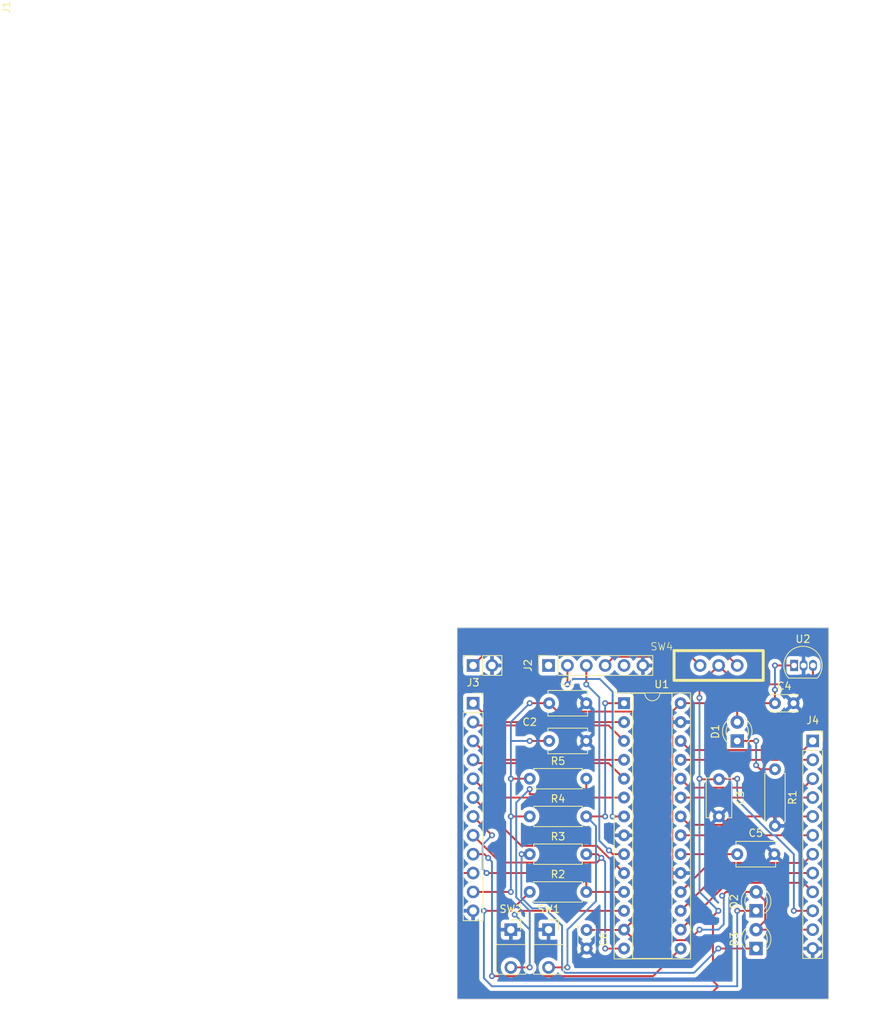
<source format=kicad_pcb>
(kicad_pcb (version 20221018) (generator pcbnew)
  (layers (0 "F.Cu" signal) (31 "B.Cu" signal) (34 "B.Paste" user) (35 "F.Paste" user) (36 "B.SilkS" user "B.Silkscreen") (37 "F.SilkS" user "F.Silkscreen") (38 "B.Mask" user) (39 "F.Mask" user) (44 "Edge.Cuts" user))
  (net 0 "")
  (net 1 "GND1")
  (net 2 "/Vin")
  (net 3 "+3.3V")
  (net 4 "Net-(U1-VCAP)")
  (net 5 "Net-(D1-K)")
  (net 6 "Net-(D2-K)")
  (net 7 "Net-(D3-K)")
  (net 8 "Net-(J1-Pin_1)")
  (net 10 "/U1TX")
  (net 11 "/U1RX")
  (net 12 "+5V")
  (net 14 "/A0")
  (net 15 "/A1")
  (net 16 "/B0")
  (net 17 "/B1")
  (net 18 "/B2")
  (net 19 "/A3")
  (net 20 "/GREEN")
  (net 21 "/B6")
  (net 22 "/B15")
  (net 23 "/B14")
  (net 24 "/B13")
  (net 25 "/B12")
  (net 26 "/B11")
  (net 27 "/B10")
  (net 28 "/B9")
  (net 29 "/B8")
  (net 30 "/B7")
  (net 31 "/YELLOW")
  (net 32 "/MCLR")
  (net 33 "/USER")
  (footprint "Resistor_THT:R_Axial_DIN0207_L6.3mm_D2.5mm_P7.62mm_Horizontal" (layer "F.Cu") (at 147.32 91.44)
    (fp_text reference "R4" (at 3.81 -2.37) (layer "F.SilkS"))
    (fp_text value "10k")
    (fp_line (start 0.54 -1.37) (end 7.08 -1.37) (stroke (width 0.12)) (layer "F.SilkS"))
    (fp_line (start 0.54 -1.04) (end 0.54 -1.37) (stroke (width 0.12)) (layer "F.SilkS"))
    (fp_line (start 0.54 1.04) (end 0.54 1.37) (stroke (width 0.12)) (layer "F.SilkS"))
    (fp_line (start 0.54 1.37) (end 7.08 1.37) (stroke (width 0.12)) (layer "F.SilkS"))
    (fp_line (start 7.08 -1.37) (end 7.08 -1.04) (stroke (width 0.12)) (layer "F.SilkS"))
    (fp_line (start 7.08 1.37) (end 7.08 1.04) (stroke (width 0.12)) (layer "F.SilkS"))
    (pad "1" thru_hole circle (at 0 0) (size 1.6 1.6) (drill 0.8) (layers "*.Cu" "*.Mask") (net 3 "+3.3V"))
    (pad "2" thru_hole oval (at 7.62 0) (size 1.6 1.6) (drill 0.8) (layers "*.Cu" "*.Mask") (net 32 "/MCLR"))
  )
  (footprint "Connector_PinSocket_2.54mm:PinSocket_1x02_P2.54mm_Vertical" (layer "F.Cu") (at 139.7 71.12 90)
    (fp_text reference "J1" (at 88.59 -62.85 90) (layer "F.SilkS"))
    (fp_text value "BATTERY")
    (fp_line (start -1.33 1.27) (end -1.33 3.87) (stroke (width 0.12)) (layer "F.SilkS"))
    (fp_line (start -1.33 1.27) (end 1.33 1.27) (stroke (width 0.12)) (layer "F.SilkS"))
    (fp_line (start -1.33 3.87) (end 1.33 3.87) (stroke (width 0.12)) (layer "F.SilkS"))
    (fp_line (start 0 -1.33) (end 1.33 -1.33) (stroke (width 0.12)) (layer "F.SilkS"))
    (fp_line (start 1.33 -1.33) (end 1.33 0) (stroke (width 0.12)) (layer "F.SilkS"))
    (fp_line (start 1.33 1.27) (end 1.33 3.87) (stroke (width 0.12)) (layer "F.SilkS"))
    (pad "1" thru_hole rect (at 0 0 90) (size 1.7 1.7) (drill 1) (layers "*.Cu" "*.Mask") (net 8 "Net-(J1-Pin_1)"))
    (pad "2" thru_hole oval (at 0 2.54 90) (size 1.7 1.7) (drill 1) (layers "*.Cu" "*.Mask") (net 1 "GND1"))
  )
  (footprint "Resistor_THT:R_Axial_DIN0207_L6.3mm_D2.5mm_P7.62mm_Horizontal" (layer "F.Cu") (at 147.32 86.36)
    (fp_text reference "R5" (at 3.81 -2.37) (layer "F.SilkS"))
    (fp_text value "10k")
    (fp_line (start 0.54 -1.37) (end 7.08 -1.37) (stroke (width 0.12)) (layer "F.SilkS"))
    (fp_line (start 0.54 -1.04) (end 0.54 -1.37) (stroke (width 0.12)) (layer "F.SilkS"))
    (fp_line (start 0.54 1.04) (end 0.54 1.37) (stroke (width 0.12)) (layer "F.SilkS"))
    (fp_line (start 0.54 1.37) (end 7.08 1.37) (stroke (width 0.12)) (layer "F.SilkS"))
    (fp_line (start 7.08 -1.37) (end 7.08 -1.04) (stroke (width 0.12)) (layer "F.SilkS"))
    (fp_line (start 7.08 1.37) (end 7.08 1.04) (stroke (width 0.12)) (layer "F.SilkS"))
    (pad "1" thru_hole circle (at 0 0) (size 1.6 1.6) (drill 0.8) (layers "*.Cu" "*.Mask") (net 3 "+3.3V"))
    (pad "2" thru_hole oval (at 7.62 0) (size 1.6 1.6) (drill 0.8) (layers "*.Cu" "*.Mask") (net 33 "/USER"))
  )
  (footprint "Connector_PinSocket_2.54mm:PinSocket_1x06_P2.54mm_Vertical" (layer "F.Cu") (at 149.86 71.12 90)
    (fp_text reference "J2" (at 0 -2.77 90) (layer "F.SilkS"))
    (fp_text value "CP2102")
    (fp_line (start -1.33 1.27) (end -1.33 14.03) (stroke (width 0.12)) (layer "F.SilkS"))
    (fp_line (start -1.33 1.27) (end 1.33 1.27) (stroke (width 0.12)) (layer "F.SilkS"))
    (fp_line (start -1.33 14.03) (end 1.33 14.03) (stroke (width 0.12)) (layer "F.SilkS"))
    (fp_line (start 0 -1.33) (end 1.33 -1.33) (stroke (width 0.12)) (layer "F.SilkS"))
    (fp_line (start 1.33 -1.33) (end 1.33 0) (stroke (width 0.12)) (layer "F.SilkS"))
    (fp_line (start 1.33 1.27) (end 1.33 14.03) (stroke (width 0.12)) (layer "F.SilkS"))
    (pad "1" thru_hole rect (at 0 0 90) (size 1.7 1.7) (drill 1) (layers "*.Cu" "*.Mask"))
    (pad "2" thru_hole oval (at 0 2.54 90) (size 1.7 1.7) (drill 1) (layers "*.Cu" "*.Mask") (net 10 "/U1TX"))
    (pad "3" thru_hole oval (at 0 5.08 90) (size 1.7 1.7) (drill 1) (layers "*.Cu" "*.Mask") (net 11 "/U1RX"))
    (pad "4" thru_hole oval (at 0 7.62 90) (size 1.7 1.7) (drill 1) (layers "*.Cu" "*.Mask") (net 12 "+5V"))
    (pad "5" thru_hole oval (at 0 10.16 90) (size 1.7 1.7) (drill 1) (layers "*.Cu" "*.Mask"))
    (pad "6" thru_hole oval (at 0 12.7 90) (size 1.7 1.7) (drill 1) (layers "*.Cu" "*.Mask") (net 1 "GND1"))
  )
  (footprint "pic32:slidesw2" (layer "F.Cu") (at 172.76 71.12)
    (fp_text reference "SW4" (at -7.66 -2.54 unlocked) (layer "F.SilkS") (effects (font (thickness 0.1))))
    (fp_text value "SW_silde")
    (fp_rect (start -6 -2) (end 6 2) (stroke (width 0.4)) (fill none) (layer "F.SilkS"))
    (pad "1" thru_hole circle (at -2.5 0) (size 1.7 1.7) (drill 1) (layers "*.Cu" "*.Mask") (net 12 "+5V"))
    (pad "2" thru_hole circle (at 0 0) (size 1.7 1.7) (drill 1) (layers "*.Cu" "*.Mask") (net 2 "/Vin"))
    (pad "3" thru_hole circle (at 2.5 0) (size 1.7 1.7) (drill 1) (layers "*.Cu" "*.Mask") (net 8 "Net-(J1-Pin_1)"))
  )
  (footprint "Resistor_THT:R_Axial_DIN0207_L6.3mm_D2.5mm_P7.62mm_Horizontal" (layer "F.Cu") (at 147.32 101.6)
    (fp_text reference "R2" (at 3.81 -2.37) (layer "F.SilkS"))
    (fp_text value "330")
    (fp_line (start 0.54 -1.37) (end 7.08 -1.37) (stroke (width 0.12)) (layer "F.SilkS"))
    (fp_line (start 0.54 -1.04) (end 0.54 -1.37) (stroke (width 0.12)) (layer "F.SilkS"))
    (fp_line (start 0.54 1.04) (end 0.54 1.37) (stroke (width 0.12)) (layer "F.SilkS"))
    (fp_line (start 0.54 1.37) (end 7.08 1.37) (stroke (width 0.12)) (layer "F.SilkS"))
    (fp_line (start 7.08 -1.37) (end 7.08 -1.04) (stroke (width 0.12)) (layer "F.SilkS"))
    (fp_line (start 7.08 1.37) (end 7.08 1.04) (stroke (width 0.12)) (layer "F.SilkS"))
    (pad "1" thru_hole circle (at 0 0) (size 1.6 1.6) (drill 0.8) (layers "*.Cu" "*.Mask") (net 6 "Net-(D2-K)"))
    (pad "2" thru_hole oval (at 7.62 0) (size 1.6 1.6) (drill 0.8) (layers "*.Cu" "*.Mask") (net 20 "/GREEN"))
  )
  (footprint "LED_THT:LED_D3.0mm" (layer "F.Cu") (at 177.8 104.14 90)
    (fp_text reference "D2" (at 1.27 -2.96 90) (layer "F.SilkS"))
    (fp_text value "GREEN")
    (fp_line (start -0.29 -1.236) (end -0.29 -1.08) (stroke (width 0.12)) (layer "F.SilkS"))
    (fp_line (start -0.29 1.08) (end -0.29 1.236) (stroke (width 0.12)) (layer "F.SilkS"))
    (fp_arc (start -0.29 -1.235516) (mid 1.366487 -1.987659) (end 2.942335 -1.078608) (stroke (width 0.12)) (layer "F.SilkS"))
    (fp_arc (start 0.229039 -1.08) (mid 1.270117 -1.5) (end 2.31113 -1.079837) (stroke (width 0.12)) (layer "F.SilkS"))
    (fp_arc (start 2.31113 1.079837) (mid 1.270117 1.5) (end 0.229039 1.08) (stroke (width 0.12)) (layer "F.SilkS"))
    (fp_arc (start 2.942335 1.078608) (mid 1.366487 1.987659) (end -0.29 1.235516) (stroke (width 0.12)) (layer "F.SilkS"))
    (pad "1" thru_hole rect (at 0 0 90) (size 1.8 1.8) (drill 0.9) (layers "*.Cu" "*.Mask") (net 6 "Net-(D2-K)"))
    (pad "2" thru_hole circle (at 2.54 0 90) (size 1.8 1.8) (drill 0.9) (layers "*.Cu" "*.Mask") (net 3 "+3.3V"))
  )
  (footprint "Capacitor_THT:C_Disc_D3.4mm_W2.1mm_P2.50mm" (layer "F.Cu") (at 180.34 76.2)
    (fp_text reference "C4" (at 1.25 -2.3) (layer "F.SilkS"))
    (fp_text value "0.1uF")
    (fp_line (start -0.57 -1.17) (end -0.57 -0.925) (stroke (width 0.12)) (layer "F.SilkS"))
    (fp_line (start -0.57 -1.17) (end 3.07 -1.17) (stroke (width 0.12)) (layer "F.SilkS"))
    (fp_line (start -0.57 0.925) (end -0.57 1.17) (stroke (width 0.12)) (layer "F.SilkS"))
    (fp_line (start -0.57 1.17) (end 3.07 1.17) (stroke (width 0.12)) (layer "F.SilkS"))
    (fp_line (start 3.07 -1.17) (end 3.07 -0.925) (stroke (width 0.12)) (layer "F.SilkS"))
    (fp_line (start 3.07 0.925) (end 3.07 1.17) (stroke (width 0.12)) (layer "F.SilkS"))
    (pad "1" thru_hole circle (at 0 0) (size 1.6 1.6) (drill 0.8) (layers "*.Cu" "*.Mask") (net 3 "+3.3V"))
    (pad "2" thru_hole circle (at 2.5 0) (size 1.6 1.6) (drill 0.8) (layers "*.Cu" "*.Mask") (net 1 "GND1"))
  )
  (footprint "Capacitor_THT:C_Disc_D3.4mm_W2.1mm_P2.50mm" (layer "F.Cu") (at 154.98 106.72 -90)
    (fp_text reference "C6" (at 1.25 -2.3 90) (layer "F.SilkS"))
    (fp_text value "0.1uF")
    (fp_line (start -0.57 -1.17) (end -0.57 -0.925) (stroke (width 0.12)) (layer "F.SilkS"))
    (fp_line (start -0.57 -1.17) (end 3.07 -1.17) (stroke (width 0.12)) (layer "F.SilkS"))
    (fp_line (start -0.57 0.925) (end -0.57 1.17) (stroke (width 0.12)) (layer "F.SilkS"))
    (fp_line (start -0.57 1.17) (end 3.07 1.17) (stroke (width 0.12)) (layer "F.SilkS"))
    (fp_line (start 3.07 -1.17) (end 3.07 -0.925) (stroke (width 0.12)) (layer "F.SilkS"))
    (fp_line (start 3.07 0.925) (end 3.07 1.17) (stroke (width 0.12)) (layer "F.SilkS"))
    (pad "1" thru_hole circle (at 0 0 270) (size 1.6 1.6) (drill 0.8) (layers "*.Cu" "*.Mask") (net 3 "+3.3V"))
    (pad "2" thru_hole circle (at 2.5 0 270) (size 1.6 1.6) (drill 0.8) (layers "*.Cu" "*.Mask") (net 1 "GND1"))
  )
  (footprint "Package_TO_SOT_THT:TO-92L_Inline" (layer "F.Cu") (at 182.92 71.12)
    (fp_text reference "U2" (at 1.19 -3.56) (layer "F.SilkS"))
    (fp_text value "AP7381-33V")
    (fp_line (start -0.75 1.7) (end 3.1 1.7) (stroke (width 0.12)) (layer "F.SilkS"))
    (fp_arc (start -0.75 1.7) (mid 1.183448 -2.579449) (end 3.138611 1.690122) (stroke (width 0.12)) (layer "F.SilkS"))
    (pad "1" thru_hole rect (at 0 0) (size 1.05 1.5) (drill 0.75) (layers "*.Cu" "*.Mask") (net 3 "+3.3V"))
    (pad "2" thru_hole oval (at 1.27 0) (size 1.05 1.5) (drill 0.75) (layers "*.Cu" "*.Mask") (net 1 "GND1"))
    (pad "3" thru_hole oval (at 2.54 0) (size 1.05 1.5) (drill 0.75) (layers "*.Cu" "*.Mask") (net 2 "/Vin"))
  )
  (footprint "Capacitor_THT:C_Disc_D5.1mm_W3.2mm_P5.00mm" (layer "F.Cu") (at 175.26 96.52)
    (fp_text reference "C5" (at 2.5 -2.85) (layer "F.SilkS"))
    (fp_text value "1uF")
    (fp_line (start -0.17 -1.721) (end -0.17 -1.055) (stroke (width 0.12)) (layer "F.SilkS"))
    (fp_line (start -0.17 -1.721) (end 5.17 -1.721) (stroke (width 0.12)) (layer "F.SilkS"))
    (fp_line (start -0.17 1.055) (end -0.17 1.721) (stroke (width 0.12)) (layer "F.SilkS"))
    (fp_line (start -0.17 1.721) (end 5.17 1.721) (stroke (width 0.12)) (layer "F.SilkS"))
    (fp_line (start 5.17 -1.721) (end 5.17 -1.055) (stroke (width 0.12)) (layer "F.SilkS"))
    (fp_line (start 5.17 1.055) (end 5.17 1.721) (stroke (width 0.12)) (layer "F.SilkS"))
    (pad "1" thru_hole circle (at 0 0) (size 1.6 1.6) (drill 0.8) (layers "*.Cu" "*.Mask") (net 4 "Net-(U1-VCAP)"))
    (pad "2" thru_hole circle (at 5 0) (size 1.6 1.6) (drill 0.8) (layers "*.Cu" "*.Mask") (net 1 "GND1"))
  )
  (footprint "Capacitor_THT:C_Disc_D5.1mm_W3.2mm_P5.00mm" (layer "F.Cu") (at 149.94 81.28)
    (fp_text reference "C2" (at -2.62 -2.54) (layer "F.SilkS"))
    (fp_text value "1uF")
    (fp_line (start -0.17 -1.721) (end -0.17 -1.055) (stroke (width 0.12)) (layer "F.SilkS"))
    (fp_line (start -0.17 -1.721) (end 5.17 -1.721) (stroke (width 0.12)) (layer "F.SilkS"))
    (fp_line (start -0.17 1.055) (end -0.17 1.721) (stroke (width 0.12)) (layer "F.SilkS"))
    (fp_line (start -0.17 1.721) (end 5.17 1.721) (stroke (width 0.12)) (layer "F.SilkS"))
    (fp_line (start 5.17 -1.721) (end 5.17 -1.055) (stroke (width 0.12)) (layer "F.SilkS"))
    (fp_line (start 5.17 1.055) (end 5.17 1.721) (stroke (width 0.12)) (layer "F.SilkS"))
    (pad "1" thru_hole circle (at 0 0) (size 1.6 1.6) (drill 0.8) (layers "*.Cu" "*.Mask") (net 3 "+3.3V"))
    (pad "2" thru_hole circle (at 5 0) (size 1.6 1.6) (drill 0.8) (layers "*.Cu" "*.Mask") (net 1 "GND1"))
  )
  (footprint "LED_THT:LED_D3.0mm" (layer "F.Cu") (at 175.26 81.28 90)
    (fp_text reference "D1" (at 1.27 -2.96 90) (layer "F.SilkS"))
    (fp_text value "RED")
    (fp_line (start -0.29 -1.236) (end -0.29 -1.08) (stroke (width 0.12)) (layer "F.SilkS"))
    (fp_line (start -0.29 1.08) (end -0.29 1.236) (stroke (width 0.12)) (layer "F.SilkS"))
    (fp_arc (start -0.29 -1.235516) (mid 1.366487 -1.987659) (end 2.942335 -1.078608) (stroke (width 0.12)) (layer "F.SilkS"))
    (fp_arc (start 0.229039 -1.08) (mid 1.270117 -1.5) (end 2.31113 -1.079837) (stroke (width 0.12)) (layer "F.SilkS"))
    (fp_arc (start 2.31113 1.079837) (mid 1.270117 1.5) (end 0.229039 1.08) (stroke (width 0.12)) (layer "F.SilkS"))
    (fp_arc (start 2.942335 1.078608) (mid 1.366487 1.987659) (end -0.29 1.235516) (stroke (width 0.12)) (layer "F.SilkS"))
    (pad "1" thru_hole rect (at 0 0 90) (size 1.8 1.8) (drill 0.9) (layers "*.Cu" "*.Mask") (net 5 "Net-(D1-K)"))
    (pad "2" thru_hole circle (at 2.54 0 90) (size 1.8 1.8) (drill 0.9) (layers "*.Cu" "*.Mask") (net 3 "+3.3V"))
  )
  (footprint "Resistor_THT:R_Axial_DIN0207_L6.3mm_D2.5mm_P7.62mm_Horizontal" (layer "F.Cu") (at 147.32 96.52)
    (fp_text reference "R3" (at 3.81 -2.37) (layer "F.SilkS"))
    (fp_text value "330")
    (fp_line (start 0.54 -1.37) (end 7.08 -1.37) (stroke (width 0.12)) (layer "F.SilkS"))
    (fp_line (start 0.54 -1.04) (end 0.54 -1.37) (stroke (width 0.12)) (layer "F.SilkS"))
    (fp_line (start 0.54 1.04) (end 0.54 1.37) (stroke (width 0.12)) (layer "F.SilkS"))
    (fp_line (start 0.54 1.37) (end 7.08 1.37) (stroke (width 0.12)) (layer "F.SilkS"))
    (fp_line (start 7.08 -1.37) (end 7.08 -1.04) (stroke (width 0.12)) (layer "F.SilkS"))
    (fp_line (start 7.08 1.37) (end 7.08 1.04) (stroke (width 0.12)) (layer "F.SilkS"))
    (pad "1" thru_hole circle (at 0 0) (size 1.6 1.6) (drill 0.8) (layers "*.Cu" "*.Mask") (net 7 "Net-(D3-K)"))
    (pad "2" thru_hole oval (at 7.62 0) (size 1.6 1.6) (drill 0.8) (layers "*.Cu" "*.Mask") (net 31 "/YELLOW"))
  )
  (footprint "Connector_PinSocket_2.54mm:PinSocket_1x12_P2.54mm_Vertical" (layer "F.Cu") (at 185.42 81.28)
    (fp_text reference "J4" (at 0 -2.77) (layer "F.SilkS"))
    (fp_text value "RIGHT")
    (fp_line (start -1.33 1.27) (end -1.33 29.27) (stroke (width 0.12)) (layer "F.SilkS"))
    (fp_line (start -1.33 1.27) (end 1.33 1.27) (stroke (width 0.12)) (layer "F.SilkS"))
    (fp_line (start -1.33 29.27) (end 1.33 29.27) (stroke (width 0.12)) (layer "F.SilkS"))
    (fp_line (start 0 -1.33) (end 1.33 -1.33) (stroke (width 0.12)) (layer "F.SilkS"))
    (fp_line (start 1.33 -1.33) (end 1.33 0) (stroke (width 0.12)) (layer "F.SilkS"))
    (fp_line (start 1.33 1.27) (end 1.33 29.27) (stroke (width 0.12)) (layer "F.SilkS"))
    (pad "1" thru_hole rect (at 0 0) (size 1.7 1.7) (drill 1) (layers "*.Cu" "*.Mask") (net 22 "/B15"))
    (pad "2" thru_hole oval (at 0 2.54) (size 1.7 1.7) (drill 1) (layers "*.Cu" "*.Mask") (net 23 "/B14"))
    (pad "3" thru_hole oval (at 0 5.08) (size 1.7 1.7) (drill 1) (layers "*.Cu" "*.Mask") (net 24 "/B13"))
    (pad "4" thru_hole oval (at 0 7.62) (size 1.7 1.7) (drill 1) (layers "*.Cu" "*.Mask") (net 25 "/B12"))
    (pad "5" thru_hole oval (at 0 10.16) (size 1.7 1.7) (drill 1) (layers "*.Cu" "*.Mask") (net 26 "/B11"))
    (pad "6" thru_hole oval (at 0 12.7) (size 1.7 1.7) (drill 1) (layers "*.Cu" "*.Mask") (net 27 "/B10"))
    (pad "7" thru_hole oval (at 0 15.24) (size 1.7 1.7) (drill 1) (layers "*.Cu" "*.Mask") (net 28 "/B9"))
    (pad "8" thru_hole oval (at 0 17.78) (size 1.7 1.7) (drill 1) (layers "*.Cu" "*.Mask") (net 29 "/B8"))
    (pad "9" thru_hole oval (at 0 20.32) (size 1.7 1.7) (drill 1) (layers "*.Cu" "*.Mask") (net 30 "/B7"))
    (pad "10" thru_hole oval (at 0 22.86) (size 1.7 1.7) (drill 1) (layers "*.Cu" "*.Mask") (net 2 "/Vin"))
    (pad "11" thru_hole oval (at 0 25.4) (size 1.7 1.7) (drill 1) (layers "*.Cu" "*.Mask") (net 3 "+3.3V"))
    (pad "12" thru_hole oval (at 0 27.94) (size 1.7 1.7) (drill 1) (layers "*.Cu" "*.Mask") (net 1 "GND1"))
  )
  (footprint "Connector_PinSocket_2.54mm:PinSocket_1x12_P2.54mm_Vertical" (layer "F.Cu") (at 139.7 76.2)
    (fp_text reference "J3" (at 0 -2.77) (layer "F.SilkS"))
    (fp_text value "LEFT")
    (fp_line (start -1.33 1.27) (end -1.33 29.27) (stroke (width 0.12)) (layer "F.SilkS"))
    (fp_line (start -1.33 1.27) (end 1.33 1.27) (stroke (width 0.12)) (layer "F.SilkS"))
    (fp_line (start -1.33 29.27) (end 1.33 29.27) (stroke (width 0.12)) (layer "F.SilkS"))
    (fp_line (start 0 -1.33) (end 1.33 -1.33) (stroke (width 0.12)) (layer "F.SilkS"))
    (fp_line (start 1.33 -1.33) (end 1.33 0) (stroke (width 0.12)) (layer "F.SilkS"))
    (fp_line (start 1.33 1.27) (end 1.33 29.27) (stroke (width 0.12)) (layer "F.SilkS"))
    (pad "1" thru_hole rect (at 0 0) (size 1.7 1.7) (drill 1) (layers "*.Cu" "*.Mask") (net 14 "/A0"))
    (pad "2" thru_hole oval (at 0 2.54) (size 1.7 1.7) (drill 1) (layers "*.Cu" "*.Mask") (net 15 "/A1"))
    (pad "3" thru_hole oval (at 0 5.08) (size 1.7 1.7) (drill 1) (layers "*.Cu" "*.Mask") (net 16 "/B0"))
    (pad "4" thru_hole oval (at 0 7.62) (size 1.7 1.7) (drill 1) (layers "*.Cu" "*.Mask") (net 17 "/B1"))
    (pad "5" thru_hole oval (at 0 10.16) (size 1.7 1.7) (drill 1) (layers "*.Cu" "*.Mask") (net 18 "/B2"))
    (pad "6" thru_hole oval (at 0 12.7) (size 1.7 1.7) (drill 1) (layers "*.Cu" "*.Mask") (net 19 "/A3"))
    (pad "7" thru_hole oval (at 0 15.24) (size 1.7 1.7) (drill 1) (layers "*.Cu" "*.Mask") (net 20 "/GREEN"))
    (pad "8" thru_hole oval (at 0 17.78) (size 1.7 1.7) (drill 1) (layers "*.Cu" "*.Mask") (net 31 "/YELLOW"))
    (pad "9" thru_hole oval (at 0 20.32) (size 1.7 1.7) (drill 1) (layers "*.Cu" "*.Mask") (net 21 "/B6"))
    (pad "10" thru_hole oval (at 0 22.86) (size 1.7 1.7) (drill 1) (layers "*.Cu" "*.Mask") (net 2 "/Vin"))
    (pad "11" thru_hole oval (at 0 25.4) (size 1.7 1.7) (drill 1) (layers "*.Cu" "*.Mask") (net 3 "+3.3V"))
    (pad "12" thru_hole oval (at 0 27.94) (size 1.7 1.7) (drill 1) (layers "*.Cu" "*.Mask") (net 1 "GND1"))
  )
  (footprint "Resistor_THT:R_Axial_DIN0207_L6.3mm_D2.5mm_P7.62mm_Horizontal" (layer "F.Cu") (at 180.34 85.09 -90)
    (fp_text reference "R1" (at 3.81 -2.37 90) (layer "F.SilkS"))
    (fp_text value "330")
    (fp_line (start 0.54 -1.37) (end 7.08 -1.37) (stroke (width 0.12)) (layer "F.SilkS"))
    (fp_line (start 0.54 -1.04) (end 0.54 -1.37) (stroke (width 0.12)) (layer "F.SilkS"))
    (fp_line (start 0.54 1.04) (end 0.54 1.37) (stroke (width 0.12)) (layer "F.SilkS"))
    (fp_line (start 0.54 1.37) (end 7.08 1.37) (stroke (width 0.12)) (layer "F.SilkS"))
    (fp_line (start 7.08 -1.37) (end 7.08 -1.04) (stroke (width 0.12)) (layer "F.SilkS"))
    (fp_line (start 7.08 1.37) (end 7.08 1.04) (stroke (width 0.12)) (layer "F.SilkS"))
    (pad "1" thru_hole circle (at 0 0 270) (size 1.6 1.6) (drill 0.8) (layers "*.Cu" "*.Mask") (net 5 "Net-(D1-K)"))
    (pad "2" thru_hole oval (at 7.62 0 270) (size 1.6 1.6) (drill 0.8) (layers "*.Cu" "*.Mask") (net 1 "GND1"))
  )
  (footprint "LED_THT:LED_D3.0mm" (layer "F.Cu") (at 177.8 109.22 90)
    (fp_text reference "D3" (at 1.27 -2.96 90) (layer "F.SilkS"))
    (fp_text value "YELLOW")
    (fp_line (start -0.29 -1.236) (end -0.29 -1.08) (stroke (width 0.12)) (layer "F.SilkS"))
    (fp_line (start -0.29 1.08) (end -0.29 1.236) (stroke (width 0.12)) (layer "F.SilkS"))
    (fp_arc (start -0.29 -1.235516) (mid 1.366487 -1.987659) (end 2.942335 -1.078608) (stroke (width 0.12)) (layer "F.SilkS"))
    (fp_arc (start 0.229039 -1.08) (mid 1.270117 -1.5) (end 2.31113 -1.079837) (stroke (width 0.12)) (layer "F.SilkS"))
    (fp_arc (start 2.31113 1.079837) (mid 1.270117 1.5) (end 0.229039 1.08) (stroke (width 0.12)) (layer "F.SilkS"))
    (fp_arc (start 2.942335 1.078608) (mid 1.366487 1.987659) (end -0.29 1.235516) (stroke (width 0.12)) (layer "F.SilkS"))
    (pad "1" thru_hole rect (at 0 0 90) (size 1.8 1.8) (drill 0.9) (layers "*.Cu" "*.Mask") (net 7 "Net-(D3-K)"))
    (pad "2" thru_hole circle (at 2.54 0 90) (size 1.8 1.8) (drill 0.9) (layers "*.Cu" "*.Mask") (net 3 "+3.3V"))
  )
  (footprint "Capacitor_THT:C_Disc_D5.1mm_W3.2mm_P5.00mm" (layer "F.Cu") (at 172.8 86.44 -90)
    (fp_text reference "C3" (at 2.5 -2.85 90) (layer "F.SilkS"))
    (fp_text value "1uF")
    (fp_line (start -0.17 -1.721) (end -0.17 -1.055) (stroke (width 0.12)) (layer "F.SilkS"))
    (fp_line (start -0.17 -1.721) (end 5.17 -1.721) (stroke (width 0.12)) (layer "F.SilkS"))
    (fp_line (start -0.17 1.055) (end -0.17 1.721) (stroke (width 0.12)) (layer "F.SilkS"))
    (fp_line (start -0.17 1.721) (end 5.17 1.721) (stroke (width 0.12)) (layer "F.SilkS"))
    (fp_line (start 5.17 -1.721) (end 5.17 -1.055) (stroke (width 0.12)) (layer "F.SilkS"))
    (fp_line (start 5.17 1.055) (end 5.17 1.721) (stroke (width 0.12)) (layer "F.SilkS"))
    (pad "1" thru_hole circle (at 0 0 270) (size 1.6 1.6) (drill 0.8) (layers "*.Cu" "*.Mask") (net 2 "/Vin"))
    (pad "2" thru_hole circle (at 5 0 270) (size 1.6 1.6) (drill 0.8) (layers "*.Cu" "*.Mask") (net 1 "GND1"))
  )
  (footprint "pic32:pb" (layer "F.Cu") (at 144.78 106.68)
    (fp_text reference "SW2" (at 0 -2.77) (layer "F.SilkS"))
    (fp_text value "USER")
    (fp_line (start -2 2) (end -2 6) (stroke (width 0.12)) (layer "F.SilkS"))
    (fp_line (start -2 2) (end 2 2) (stroke (width 0.12)) (layer "F.SilkS"))
    (fp_line (start -2 6) (end 2 6) (stroke (width 0.12)) (layer "F.SilkS"))
    (fp_line (start 0 -1.33) (end 1.33 -1.33) (stroke (width 0.12)) (layer "F.SilkS"))
    (fp_line (start 1.33 -1.33) (end 1.33 0) (stroke (width 0.12)) (layer "F.SilkS"))
    (fp_line (start 2 2) (end 2 6) (stroke (width 0.12)) (layer "F.SilkS"))
    (pad "1" thru_hole rect (at 0 0) (size 1.7 1.7) (drill 1) (layers "*.Cu" "*.Mask") (net 1 "GND1"))
    (pad "2" thru_hole oval (at 0 5.08) (size 1.7 1.7) (drill 1) (layers "*.Cu" "*.Mask") (net 33 "/USER"))
  )
  (footprint "pic32:pb" (layer "F.Cu") (at 149.86 106.68)
    (fp_text reference "SW1" (at 0 -2.77) (layer "F.SilkS"))
    (fp_text value "MCLR")
    (fp_line (start -2 2) (end -2 6) (stroke (width 0.12)) (layer "F.SilkS"))
    (fp_line (start -2 2) (end 2 2) (stroke (width 0.12)) (layer "F.SilkS"))
    (fp_line (start -2 6) (end 2 6) (stroke (width 0.12)) (layer "F.SilkS"))
    (fp_line (start 0 -1.33) (end 1.33 -1.33) (stroke (width 0.12)) (layer "F.SilkS"))
    (fp_line (start 1.33 -1.33) (end 1.33 0) (stroke (width 0.12)) (layer "F.SilkS"))
    (fp_line (start 2 2) (end 2 6) (stroke (width 0.12)) (layer "F.SilkS"))
    (pad "1" thru_hole rect (at 0 0) (size 1.7 1.7) (drill 1) (layers "*.Cu" "*.Mask") (net 1 "GND1"))
    (pad "2" thru_hole oval (at 0 5.08) (size 1.7 1.7) (drill 1) (layers "*.Cu" "*.Mask") (net 32 "/MCLR"))
  )
  (footprint "Capacitor_THT:C_Disc_D5.1mm_W3.2mm_P5.00mm" (layer "F.Cu") (at 149.94 76.2)
    (fp_text reference "C1" (at 2.5 -2.85) (layer "F.SilkS"))
    (fp_text value "1uF")
    (fp_line (start -0.17 -1.721) (end -0.17 -1.055) (stroke (width 0.12)) (layer "F.SilkS"))
    (fp_line (start -0.17 -1.721) (end 5.17 -1.721) (stroke (width 0.12)) (layer "F.SilkS"))
    (fp_line (start -0.17 1.055) (end -0.17 1.721) (stroke (width 0.12)) (layer "F.SilkS"))
    (fp_line (start -0.17 1.721) (end 5.17 1.721) (stroke (width 0.12)) (layer "F.SilkS"))
    (fp_line (start 5.17 -1.721) (end 5.17 -1.055) (stroke (width 0.12)) (layer "F.SilkS"))
    (fp_line (start 5.17 1.055) (end 5.17 1.721) (stroke (width 0.12)) (layer "F.SilkS"))
    (pad "1" thru_hole circle (at 0 0) (size 1.6 1.6) (drill 0.8) (layers "*.Cu" "*.Mask") (net 3 "+3.3V"))
    (pad "2" thru_hole circle (at 5 0) (size 1.6 1.6) (drill 0.8) (layers "*.Cu" "*.Mask") (net 1 "GND1"))
  )
  (footprint "Package_DIP:DIP-28_W7.62mm_Socket" (layer "F.Cu") (at 160.02 76.2)
    (fp_text reference "U1" (at 5.08 -2.54) (layer "F.SilkS"))
    (fp_text value "~")
    (fp_line (start -1.33 -1.39) (end -1.33 34.41) (stroke (width 0.12)) (layer "F.SilkS"))
    (fp_line (start -1.33 34.41) (end 8.95 34.41) (stroke (width 0.12)) (layer "F.SilkS"))
    (fp_line (start 1.16 -1.33) (end 1.16 34.35) (stroke (width 0.12)) (layer "F.SilkS"))
    (fp_line (start 1.16 34.35) (end 6.46 34.35) (stroke (width 0.12)) (layer "F.SilkS"))
    (fp_line (start 2.81 -1.33) (end 1.16 -1.33) (stroke (width 0.12)) (layer "F.SilkS"))
    (fp_line (start 6.46 -1.33) (end 4.81 -1.33) (stroke (width 0.12)) (layer "F.SilkS"))
    (fp_line (start 6.46 34.35) (end 6.46 -1.33) (stroke (width 0.12)) (layer "F.SilkS"))
    (fp_line (start 8.95 -1.39) (end -1.33 -1.39) (stroke (width 0.12)) (layer "F.SilkS"))
    (fp_line (start 8.95 34.41) (end 8.95 -1.39) (stroke (width 0.12)) (layer "F.SilkS"))
    (fp_arc (start 4.81 -1.33) (mid 3.81 -0.33) (end 2.81 -1.33) (stroke (width 0.12)) (layer "F.SilkS"))
    (pad "1" thru_hole rect (at 0 0) (size 1.6 1.6) (drill 0.8) (layers "*.Cu" "*.Mask") (net 32 "/MCLR"))
    (pad "2" thru_hole oval (at 0 2.54) (size 1.6 1.6) (drill 0.8) (layers "*.Cu" "*.Mask") (net 14 "/A0"))
    (pad "3" thru_hole oval (at 0 5.08) (size 1.6 1.6) (drill 0.8) (layers "*.Cu" "*.Mask") (net 15 "/A1"))
    (pad "4" thru_hole oval (at 0 7.62) (size 1.6 1.6) (drill 0.8) (layers "*.Cu" "*.Mask") (net 16 "/B0"))
    (pad "5" thru_hole oval (at 0 10.16) (size 1.6 1.6) (drill 0.8) (layers "*.Cu" "*.Mask") (net 17 "/B1"))
    (pad "6" thru_hole oval (at 0 12.7) (size 1.6 1.6) (drill 0.8) (layers "*.Cu" "*.Mask") (net 18 "/B2"))
    (pad "7" thru_hole oval (at 0 15.24) (size 1.6 1.6) (drill 0.8) (layers "*.Cu" "*.Mask") (net 10 "/U1TX"))
    (pad "8" thru_hole oval (at 0 17.78) (size 1.6 1.6) (drill 0.8) (layers "*.Cu" "*.Mask") (net 1 "GND1"))
    (pad "9" thru_hole oval (at 0 20.32) (size 1.6 1.6) (drill 0.8) (layers "*.Cu" "*.Mask") (net 11 "/U1RX"))
    (pad "10" thru_hole oval (at 0 22.86) (size 1.6 1.6) (drill 0.8) (layers "*.Cu" "*.Mask") (net 19 "/A3"))
    (pad "11" thru_hole oval (at 0 25.4) (size 1.6 1.6) (drill 0.8) (layers "*.Cu" "*.Mask") (net 20 "/GREEN"))
    (pad "12" thru_hole oval (at 0 27.94) (size 1.6 1.6) (drill 0.8) (layers "*.Cu" "*.Mask") (net 33 "/USER"))
    (pad "13" thru_hole oval (at 0 30.48) (size 1.6 1.6) (drill 0.8) (layers "*.Cu" "*.Mask") (net 3 "+3.3V"))
    (pad "14" thru_hole oval (at 0 33.02) (size 1.6 1.6) (drill 0.8) (layers "*.Cu" "*.Mask") (net 31 "/YELLOW"))
    (pad "15" thru_hole oval (at 7.62 33.02) (size 1.6 1.6) (drill 0.8) (layers "*.Cu" "*.Mask") (net 21 "/B6"))
    (pad "16" thru_hole oval (at 7.62 30.48) (size 1.6 1.6) (drill 0.8) (layers "*.Cu" "*.Mask") (net 30 "/B7"))
    (pad "17" thru_hole oval (at 7.62 27.94) (size 1.6 1.6) (drill 0.8) (layers "*.Cu" "*.Mask") (net 29 "/B8"))
    (pad "18" thru_hole oval (at 7.62 25.4) (size 1.6 1.6) (drill 0.8) (layers "*.Cu" "*.Mask") (net 28 "/B9"))
    (pad "19" thru_hole oval (at 7.62 22.86) (size 1.6 1.6) (drill 0.8) (layers "*.Cu" "*.Mask") (net 1 "GND1"))
    (pad "20" thru_hole oval (at 7.62 20.32) (size 1.6 1.6) (drill 0.8) (layers "*.Cu" "*.Mask") (net 4 "Net-(U1-VCAP)"))
    (pad "21" thru_hole oval (at 7.62 17.78) (size 1.6 1.6) (drill 0.8) (layers "*.Cu" "*.Mask") (net 27 "/B10"))
    (pad "22" thru_hole oval (at 7.62 15.24) (size 1.6 1.6) (drill 0.8) (layers "*.Cu" "*.Mask") (net 26 "/B11"))
    (pad "23" thru_hole oval (at 7.62 12.7) (size 1.6 1.6) (drill 0.8) (layers "*.Cu" "*.Mask") (net 25 "/B12"))
    (pad "24" thru_hole oval (at 7.62 10.16) (size 1.6 1.6) (drill 0.8) (layers "*.Cu" "*.Mask") (net 24 "/B13"))
    (pad "25" thru_hole oval (at 7.62 7.62) (size 1.6 1.6) (drill 0.8) (layers "*.Cu" "*.Mask") (net 23 "/B14"))
    (pad "26" thru_hole oval (at 7.62 5.08) (size 1.6 1.6) (drill 0.8) (layers "*.Cu" "*.Mask") (net 22 "/B15"))
    (pad "27" thru_hole oval (at 7.62 2.54) (size 1.6 1.6) (drill 0.8) (layers "*.Cu" "*.Mask") (net 1 "GND1"))
    (pad "28" thru_hole oval (at 7.62 0) (size 1.6 1.6) (drill 0.8) (layers "*.Cu" "*.Mask") (net 3 "+3.3V"))
  )
  (gr_rect (start 137.56 66.04) (end 187.56 116.04) (stroke (width 0.1)) (fill none) (layer "Edge.Cuts"))
  (segment (start 137.845 99.06) (end 137.845 115.755) (width 0.25) (layer "F.Cu") (net 2))
  (segment (start 171.995 113.575) (end 171.995 104.865) (width 0.25) (layer "F.Cu") (net 2))
  (segment (start 172.76 71.12) (end 170.18 73.7) (width 0.25) (layer "F.Cu") (net 2))
  (segment (start 137.845 115.755) (end 171.265 115.755) (width 0.25) (layer "F.Cu") (net 2))
  (segment (start 175.3 73.66) (end 172.76 71.12) (width 0.25) (layer "F.Cu") (net 2))
  (segment (start 185.42 104.14) (end 182.88 104.14) (width 0.25) (layer "F.Cu") (net 2))
  (segment (start 171.995 104.865) (end 172.72 104.14) (width 0.25) (layer "F.Cu") (net 2))
  (segment (start 185.46 73.62) (end 185.42 73.66) (width 0.25) (layer "F.Cu") (net 2))
  (segment (start 170.18 73.7) (end 170.18 75.4755) (width 0.25) (layer "F.Cu") (net 2))
  (segment (start 185.42 73.66) (end 175.3 73.66) (width 0.25) (layer "F.Cu") (net 2))
  (segment (start 171.265 115.755) (end 172.72 114.3) (width 0.25) (layer "F.Cu") (net 2))
  (segment (start 175.26 86.36) (end 172.88 86.36) (width 0.25) (layer "F.Cu") (net 2))
  (segment (start 170.18 86.36) (end 170.26 86.44) (width 0.25) (layer "F.Cu") (net 2))
  (segment (start 172.88 86.36) (end 172.8 86.44) (width 0.25) (layer "F.Cu") (net 2))
  (segment (start 185.46 71.12) (end 185.46 73.62) (width 0.25) (layer "F.Cu") (net 2))
  (segment (start 139.7 99.06) (end 137.845 99.06) (width 0.25) (layer "F.Cu") (net 2))
  (segment (start 170.26 86.44) (end 172.8 86.44) (width 0.25) (layer "F.Cu") (net 2))
  (segment (start 172.72 114.3) (end 171.995 113.575) (width 0.25) (layer "F.Cu") (net 2))
  (via (at 182.88 104.14) (size 0.8) (drill 0.4) (layers "F.Cu" "B.Cu") (net 2))
  (via (at 172.72 104.14) (size 0.8) (drill 0.4) (layers "F.Cu" "B.Cu") (net 2))
  (via (at 170.18 86.36) (size 0.8) (drill 0.4) (layers "F.Cu" "B.Cu") (net 2))
  (via (at 170.18 75.4755) (size 0.8) (drill 0.4) (layers "F.Cu" "B.Cu") (net 2))
  (via (at 175.26 86.36) (size 0.8) (drill 0.4) (layers "F.Cu" "B.Cu") (net 2))
  (segment (start 180.019009 93.98) (end 175.26 89.220991) (width 0.25) (layer "B.Cu") (net 2))
  (segment (start 182.88 104.14) (end 182.88 96.52) (width 0.25) (layer "B.Cu") (net 2))
  (segment (start 170.18 75.4755) (end 170.18 86.36) (width 0.25) (layer "B.Cu") (net 2))
  (segment (start 175.26 89.220991) (end 175.26 86.36) (width 0.25) (layer "B.Cu") (net 2))
  (segment (start 172.72 104.14) (end 170.18 101.6) (width 0.25) (layer "B.Cu") (net 2))
  (segment (start 180.34 93.98) (end 180.019009 93.98) (width 0.25) (layer "B.Cu") (net 2))
  (segment (start 170.18 101.6) (end 170.18 86.36) (width 0.25) (layer "B.Cu") (net 2))
  (segment (start 182.88 96.52) (end 180.34 93.98) (width 0.25) (layer "B.Cu") (net 2))
  (segment (start 147.32 91.44) (end 144.78 91.44) (width 0.25) (layer "F.Cu") (net 3))
  (segment (start 161.435 108.095) (end 160.02 106.68) (width 0.25) (layer "F.Cu") (net 3))
  (segment (start 149.94 81.28) (end 147.32 81.28) (width 0.25) (layer "F.Cu") (net 3))
  (segment (start 151.065 77.325) (end 166.515 77.325) (width 0.25) (layer "F.Cu") (net 3))
  (segment (start 154.98 106.72) (end 159.98 106.72) (width 0.25) (layer "F.Cu") (net 3))
  (segment (start 159.98 106.72) (end 160.02 106.68) (width 0.25) (layer "F.Cu") (net 3))
  (segment (start 180.34 76.2) (end 180.34 74.3845) (width 0.25) (layer "F.Cu") (net 3))
  (segment (start 173.7446 101.6) (end 173.2323 102.1123) (width 0.25) (layer "F.Cu") (net 3))
  (segment (start 170.18 106.68) (end 168.765 108.095) (width 0.25) (layer "F.Cu") (net 3))
  (segment (start 166.515 77.325) (end 167.64 76.2) (width 0.25) (layer "F.Cu") (net 3))
  (segment (start 149.94 76.2) (end 147.32 76.2) (width 0.25) (layer "F.Cu") (net 3))
  (segment (start 166.515 100.185) (end 166.515 77.325) (width 0.25) (layer "F.Cu") (net 3))
  (segment (start 147.32 86.36) (end 144.78 86.36) (width 0.25) (layer "F.Cu") (net 3))
  (segment (start 179.025 102.825) (end 179.025 105.455) (width 0.25) (layer "F.Cu") (net 3))
  (segment (start 149.94 76.2) (end 151.065 77.325) (width 0.25) (layer "F.Cu") (net 3))
  (segment (start 144.78 101.6) (end 139.7 101.6) (width 0.25) (layer "F.Cu") (net 3))
  (segment (start 167.64 76.2) (end 175.26 76.2) (width 0.25) (layer "F.Cu") (net 3))
  (segment (start 168.765 108.095) (end 161.435 108.095) (width 0.25) (layer "F.Cu") (net 3))
  (segment (start 180.34 71.12) (end 182.92 71.12) (width 0.25) (layer "F.Cu") (net 3))
  (segment (start 175.26 78.74) (end 175.26 76.2) (width 0.25) (layer "F.Cu") (net 3))
  (segment (start 179.025 105.455) (end 177.8 106.68) (width 0.25) (layer "F.Cu") (net 3))
  (segment (start 177.8 106.68) (end 185.42 106.68) (width 0.25) (layer "F.Cu") (net 3))
  (segment (start 175.26 76.2) (end 180.34 76.2) (width 0.25) (layer "F.Cu") (net 3))
  (segment (start 160.02 106.68) (end 166.515 100.185) (width 0.25) (layer "F.Cu") (net 3))
  (segment (start 177.8 101.6) (end 179.025 102.825) (width 0.25) (layer "F.Cu") (net 3))
  (segment (start 177.8 101.6) (end 173.7446 101.6) (width 0.25) (layer "F.Cu") (net 3))
  (via (at 170.18 106.68) (size 0.8) (drill 0.4) (layers "F.Cu" "B.Cu") (net 3))
  (via (at 144.78 86.36) (size 0.8) (drill 0.4) (layers "F.Cu" "B.Cu") (net 3))
  (via (at 144.78 101.6) (size 0.8) (drill 0.4) (layers "F.Cu" "B.Cu") (net 3))
  (via (at 180.34 71.12) (size 0.8) (drill 0.4) (layers "F.Cu" "B.Cu") (net 3))
  (via (at 173.2323 102.1123) (size 0.8) (drill 0.4) (layers "F.Cu" "B.Cu") (net 3))
  (via (at 144.78 91.44) (size 0.8) (drill 0.4) (layers "F.Cu" "B.Cu") (net 3))
  (via (at 147.32 76.2) (size 0.8) (drill 0.4) (layers "F.Cu" "B.Cu") (net 3))
  (via (at 180.34 74.3845) (size 0.8) (drill 0.4) (layers "F.Cu" "B.Cu") (net 3))
  (via (at 147.32 81.28) (size 0.8) (drill 0.4) (layers "F.Cu" "B.Cu") (net 3))
  (segment (start 147.32 76.2) (end 144.78 78.74) (width 0.25) (layer "B.Cu") (net 3))
  (segment (start 144.78 78.74) (end 144.78 81.28) (width 0.25) (layer "B.Cu") (net 3))
  (segment (start 144.78 86.36) (end 144.78 91.44) (width 0.25) (layer "B.Cu") (net 3))
  (segment (start 173.2323 102.1123) (end 173.445 102.325) (width 0.25) (layer "B.Cu") (net 3))
  (segment (start 144.78 91.44) (end 144.78 101.6) (width 0.25) (layer "B.Cu") (net 3))
  (segment (start 173.445 102.325) (end 173.445 105.955) (width 0.25) (layer "B.Cu") (net 3))
  (segment (start 180.34 74.3845) (end 180.34 71.12) (width 0.25) (layer "B.Cu") (net 3))
  (segment (start 172.72 106.68) (end 170.18 106.68) (width 0.25) (layer "B.Cu") (net 3))
  (segment (start 147.32 81.28) (end 144.78 81.28) (width 0.25) (layer "B.Cu") (net 3))
  (segment (start 144.78 81.28) (end 144.78 86.36) (width 0.25) (layer "B.Cu") (net 3))
  (segment (start 173.445 105.955) (end 172.72 106.68) (width 0.25) (layer "B.Cu") (net 3))
  (segment (start 175.26 96.52) (end 167.64 96.52) (width 0.25) (layer "F.Cu") (net 4))
  (segment (start 178.3455 85.09) (end 177.8 84.5445) (width 0.25) (layer "F.Cu") (net 5))
  (segment (start 177.8 81.28) (end 175.26 81.28) (width 0.25) (layer "F.Cu") (net 5))
  (segment (start 180.34 85.09) (end 178.3455 85.09) (width 0.25) (layer "F.Cu") (net 5))
  (via (at 177.8 81.28) (size 0.8) (drill 0.4) (layers "F.Cu" "B.Cu") (net 5))
  (via (at 177.8 84.5445) (size 0.8) (drill 0.4) (layers "F.Cu" "B.Cu") (net 5))
  (segment (start 177.8 84.5445) (end 177.8 81.28) (width 0.25) (layer "B.Cu") (net 5))
  (segment (start 144.78 104.14) (end 141.149503 104.14) (width 0.25) (layer "F.Cu") (net 6))
  (segment (start 175.26 104.14) (end 177.8 104.14) (width 0.25) (layer "F.Cu") (net 6))
  (segment (start 147.32 101.6) (end 144.78 104.14) (width 0.25) (layer "F.Cu") (net 6))
  (via (at 175.26 104.14) (size 0.8) (drill 0.4) (layers "F.Cu" "B.Cu") (net 6))
  (via (at 141.149503 104.14) (size 0.8) (drill 0.4) (layers "F.Cu" "B.Cu") (net 6))
  (segment (start 142.24 114.3) (end 172.72 114.3) (width 0.25) (layer "B.Cu") (net 6))
  (segment (start 141.149503 104.14) (end 141.149503 113.209503) (width 0.25) (layer "B.Cu") (net 6))
  (segment (start 141.149503 113.209503) (end 142.24 114.3) (width 0.25) (layer "B.Cu") (net 6))
  (segment (start 175.26 114.3) (end 175.26 104.14) (width 0.25) (layer "B.Cu") (net 6))
  (segment (start 172.72 114.3) (end 175.26 114.3) (width 0.25) (layer "B.Cu") (net 6))
  (segment (start 146.2295 96.52) (end 147.32 96.52) (width 0.25) (layer "F.Cu") (net 7))
  (segment (start 177.8 109.22) (end 172.72 109.22) (width 0.25) (layer "F.Cu") (net 7))
  (via (at 172.72 109.22) (size 0.8) (drill 0.4) (layers "F.Cu" "B.Cu") (net 7))
  (via (at 146.2295 96.52) (size 0.8) (drill 0.4) (layers "F.Cu" "B.Cu") (net 7))
  (segment (start 146.195 97.645) (end 146.2295 97.6105) (width 0.25) (layer "B.Cu") (net 7))
  (segment (start 147.638198 103.821802) (end 146.195 102.378604) (width 0.25) (layer "B.Cu") (net 7))
  (segment (start 146.195 102.378604) (end 146.195 97.645) (width 0.25) (layer "B.Cu") (net 7))
  (segment (start 152.099695 112.485) (end 151.675 112.060305) (width 0.25) (layer "B.Cu") (net 7))
  (segment (start 151.675 112.060305) (end 151.675 106.145) (width 0.25) (layer "B.Cu") (net 7))
  (segment (start 146.2295 97.6105) (end 146.2295 96.52) (width 0.25) (layer "B.Cu") (net 7))
  (segment (start 149.351802 103.821802) (end 147.638198 103.821802) (width 0.25) (layer "B.Cu") (net 7))
  (segment (start 172.72 109.22) (end 169.455 112.485) (width 0.25) (layer "B.Cu") (net 7))
  (segment (start 151.675 106.145) (end 149.351802 103.821802) (width 0.25) (layer "B.Cu") (net 7))
  (segment (start 169.455 112.485) (end 152.099695 112.485) (width 0.25) (layer "B.Cu") (net 7))
  (segment (start 141.325 69.495) (end 139.7 71.12) (width 0.25) (layer "F.Cu") (net 8))
  (segment (start 173.635 69.495) (end 141.325 69.495) (width 0.25) (layer "F.Cu") (net 8))
  (segment (start 175.26 71.12) (end 173.635 69.495) (width 0.25) (layer "F.Cu") (net 8))
  (segment (start 152.4 73.66) (end 152.4 71.12) (width 0.25) (layer "F.Cu") (net 10))
  (segment (start 160.02 91.44) (end 158.479503 91.44) (width 0.25) (layer "F.Cu") (net 10))
  (via (at 158.479503 91.44) (size 0.8) (drill 0.4) (layers "F.Cu" "B.Cu") (net 10))
  (via (at 152.4 73.66) (size 0.8) (drill 0.4) (layers "F.Cu" "B.Cu") (net 10))
  (segment (start 158.479503 74.659503) (end 157.48 73.66) (width 0.25) (layer "B.Cu") (net 10))
  (segment (start 156.755 72.935) (end 153.125 72.935) (width 0.25) (layer "B.Cu") (net 10))
  (segment (start 158.479503 91.44) (end 158.479503 74.659503) (width 0.25) (layer "B.Cu") (net 10))
  (segment (start 153.125 72.935) (end 152.4 73.66) (width 0.25) (layer "B.Cu") (net 10))
  (segment (start 157.48 73.66) (end 156.755 72.935) (width 0.25) (layer "B.Cu") (net 10))
  (segment (start 160.02 96.52) (end 158.504598 96.52) (width 0.25) (layer "F.Cu") (net 11))
  (segment (start 158.504598 96.52) (end 157.992299 96.007701) (width 0.25) (layer "F.Cu") (net 11))
  (segment (start 154.94 73.66) (end 154.94 71.12) (width 0.25) (layer "F.Cu") (net 11))
  (via (at 154.94 73.66) (size 0.8) (drill 0.4) (layers "F.Cu" "B.Cu") (net 11))
  (via (at 157.992299 96.007701) (size 0.8) (drill 0.4) (layers "F.Cu" "B.Cu") (net 11))
  (segment (start 156.6927 94.708102) (end 156.6927 75.4127) (width 0.25) (layer "B.Cu") (net 11))
  (segment (start 157.992299 96.007701) (end 156.6927 94.708102) (width 0.25) (layer "B.Cu") (net 11))
  (segment (start 156.6927 75.4127) (end 154.94 73.66) (width 0.25) (layer "B.Cu") (net 11))
  (segment (start 169.085 69.945) (end 158.655 69.945) (width 0.25) (layer "F.Cu") (net 12))
  (segment (start 158.655 69.945) (end 157.48 71.12) (width 0.25) (layer "F.Cu") (net 12))
  (segment (start 170.26 71.12) (end 169.085 69.945) (width 0.25) (layer "F.Cu") (net 12))
  (segment (start 142.24 78.74) (end 139.7 76.2) (width 0.25) (layer "F.Cu") (net 14))
  (segment (start 160.02 78.74) (end 142.24 78.74) (width 0.25) (layer "F.Cu") (net 14))
  (segment (start 160.02 81.28) (end 157.93 79.19) (width 0.25) (layer "F.Cu") (net 15))
  (segment (start 157.93 79.19) (end 140.15 79.19) (width 0.25) (layer "F.Cu") (net 15))
  (segment (start 140.15 79.19) (end 139.7 78.74) (width 0.25) (layer "F.Cu") (net 15))
  (segment (start 142.24 83.82) (end 139.7 81.28) (width 0.25) (layer "F.Cu") (net 16))
  (segment (start 160.02 83.82) (end 142.24 83.82) (width 0.25) (layer "F.Cu") (net 16))
  (segment (start 140.15 84.27) (end 139.7 83.82) (width 0.25) (layer "F.Cu") (net 17))
  (segment (start 157.93 84.27) (end 140.15 84.27) (width 0.25) (layer "F.Cu") (net 17))
  (segment (start 160.02 86.36) (end 157.93 84.27) (width 0.25) (layer "F.Cu") (net 17))
  (segment (start 142.24 88.9) (end 139.7 86.36) (width 0.25) (layer "F.Cu") (net 18))
  (segment (start 160.02 88.9) (end 142.24 88.9) (width 0.25) (layer "F.Cu") (net 18))
  (segment (start 156.355 95.395) (end 160.02 99.06) (width 0.25) (layer "F.Cu") (net 19))
  (segment (start 139.7 88.9) (end 146.195 95.395) (width 0.25) (layer "F.Cu") (net 19))
  (segment (start 146.195 95.395) (end 156.355 95.395) (width 0.25) (layer "F.Cu") (net 19))
  (segment (start 154.94 99.06) (end 154.94 101.6) (width 0.25) (layer "F.Cu") (net 20))
  (segment (start 141.5155 99.06) (end 154.94 99.06) (width 0.25) (layer "F.Cu") (net 20))
  (segment (start 139.7 91.44) (end 142.24 93.98) (width 0.25) (layer "F.Cu") (net 20))
  (segment (start 160.02 101.6) (end 154.94 101.6) (width 0.25) (layer "F.Cu") (net 20))
  (via (at 141.5155 99.06) (size 0.8) (drill 0.4) (layers "F.Cu" "B.Cu") (net 20))
  (via (at 142.24 93.98) (size 0.8) (drill 0.4) (layers "F.Cu" "B.Cu") (net 20))
  (segment (start 141.0027 95.2173) (end 141.0027 98.5472) (width 0.25) (layer "B.Cu") (net 20))
  (segment (start 142.24 93.98) (end 141.0027 95.2173) (width 0.25) (layer "B.Cu") (net 20))
  (segment (start 141.0027 98.5472) (end 141.5155 99.06) (width 0.25) (layer "B.Cu") (net 20))
  (segment (start 142.24 112.935) (end 163.925 112.935) (width 0.25) (layer "F.Cu") (net 21))
  (segment (start 141.2154 96.52) (end 141.7277 97.0323) (width 0.25) (layer "F.Cu") (net 21))
  (segment (start 163.925 112.935) (end 167.64 109.22) (width 0.25) (layer "F.Cu") (net 21))
  (segment (start 139.7 96.52) (end 141.2154 96.52) (width 0.25) (layer "F.Cu") (net 21))
  (via (at 141.7277 97.0323) (size 0.8) (drill 0.4) (layers "F.Cu" "B.Cu") (net 21))
  (via (at 142.24 112.935) (size 0.8) (drill 0.4) (layers "F.Cu" "B.Cu") (net 21))
  (segment (start 141.7277 97.0323) (end 142.24 97.5446) (width 0.25) (layer "B.Cu") (net 21))
  (segment (start 142.24 97.5446) (end 142.24 112.935) (width 0.25) (layer "B.Cu") (net 21))
  (segment (start 168.865 82.505) (end 167.64 81.28) (width 0.25) (layer "F.Cu") (net 22))
  (segment (start 185.42 81.28) (end 184.195 82.505) (width 0.25) (layer "F.Cu") (net 22))
  (segment (start 184.195 82.505) (end 168.865 82.505) (width 0.25) (layer "F.Cu") (net 22))
  (segment (start 185.42 83.82) (end 167.64 83.82) (width 0.25) (layer "F.Cu") (net 23))
  (segment (start 185.42 86.36) (end 184.215 87.565) (width 0.25) (layer "F.Cu") (net 24))
  (segment (start 184.215 87.565) (end 168.845 87.565) (width 0.25) (layer "F.Cu") (net 24))
  (segment (start 168.845 87.565) (end 167.64 86.36) (width 0.25) (layer "F.Cu") (net 24))
  (segment (start 185.42 88.9) (end 167.64 88.9) (width 0.25) (layer "F.Cu") (net 25))
  (segment (start 174.390991 91.44) (end 173.265991 92.565) (width 0.25) (layer "F.Cu") (net 26))
  (segment (start 173.265991 92.565) (end 168.765 92.565) (width 0.25) (layer "F.Cu") (net 26))
  (segment (start 185.42 91.44) (end 174.390991 91.44) (width 0.25) (layer "F.Cu") (net 26))
  (segment (start 168.765 92.565) (end 167.64 91.44) (width 0.25) (layer "F.Cu") (net 26))
  (segment (start 185.42 93.98) (end 167.64 93.98) (width 0.25) (layer "F.Cu") (net 27))
  (segment (start 185.42 96.52) (end 184.245 97.695) (width 0.25) (layer "F.Cu") (net 28))
  (segment (start 171.545 97.695) (end 167.64 101.6) (width 0.25) (layer "F.Cu") (net 28))
  (segment (start 184.245 97.695) (end 171.545 97.695) (width 0.25) (layer "F.Cu") (net 28))
  (segment (start 185.42 99.06) (end 172.72 99.06) (width 0.25) (layer "F.Cu") (net 29))
  (segment (start 172.72 99.06) (end 167.64 104.14) (width 0.25) (layer "F.Cu") (net 29))
  (segment (start 184.195 100.375) (end 173.945 100.375) (width 0.25) (layer "F.Cu") (net 30))
  (segment (start 185.42 101.6) (end 184.195 100.375) (width 0.25) (layer "F.Cu") (net 30))
  (segment (start 173.945 100.375) (end 167.64 106.68) (width 0.25) (layer "F.Cu") (net 30))
  (segment (start 143.365 97.645) (end 139.7 93.98) (width 0.25) (layer "F.Cu") (net 31))
  (segment (start 157.48 109.22) (end 160.02 109.22) (width 0.25) (layer "F.Cu") (net 31))
  (segment (start 156.355 97.645) (end 143.365 97.645) (width 0.25) (layer "F.Cu") (net 31))
  (segment (start 156.4554 96.52) (end 156.9677 97.0323) (width 0.25) (layer "F.Cu") (net 31))
  (segment (start 156.9677 97.0323) (end 156.355 97.645) (width 0.25) (layer "F.Cu") (net 31))
  (segment (start 154.94 96.52) (end 156.4554 96.52) (width 0.25) (layer "F.Cu") (net 31))
  (via (at 156.9677 97.0323) (size 0.8) (drill 0.4) (layers "F.Cu" "B.Cu") (net 31))
  (via (at 157.48 109.22) (size 0.8) (drill 0.4) (layers "F.Cu" "B.Cu") (net 31))
  (segment (start 156.9677 97.0323) (end 157.48 97.5446) (width 0.25) (layer "B.Cu") (net 31))
  (segment (start 157.48 97.5446) (end 157.48 109.22) (width 0.25) (layer "B.Cu") (net 31))
  (segment (start 149.86 111.76) (end 152.4 111.76) (width 0.25) (layer "F.Cu") (net 32))
  (segment (start 160.02 76.2) (end 157.48 76.2) (width 0.25) (layer "F.Cu") (net 32))
  (segment (start 157.48 91.44) (end 154.94 91.44) (width 0.25) (layer "F.Cu") (net 32))
  (via (at 152.4 111.76) (size 0.8) (drill 0.4) (layers "F.Cu" "B.Cu") (net 32))
  (via (at 157.48 91.44) (size 0.8) (drill 0.4) (layers "F.Cu" "B.Cu") (net 32))
  (via (at 157.48 76.2) (size 0.8) (drill 0.4) (layers "F.Cu" "B.Cu") (net 32))
  (segment (start 157.48 76.2) (end 157.48 91.44) (width 0.25) (layer "B.Cu") (net 32))
  (segment (start 152.4 106.68) (end 156.2427 102.8373) (width 0.25) (layer "B.Cu") (net 32))
  (segment (start 156.2427 102.8373) (end 156.2427 92.7427) (width 0.25) (layer "B.Cu") (net 32))
  (segment (start 152.4 111.76) (end 152.4 106.68) (width 0.25) (layer "B.Cu") (net 32))
  (segment (start 156.2427 92.7427) (end 154.94 91.44) (width 0.25) (layer "B.Cu") (net 32))
  (segment (start 160.02 104.14) (end 145.8046 104.14) (width 0.25) (layer "F.Cu") (net 33))
  (segment (start 144.78 111.76) (end 147.32 111.76) (width 0.25) (layer "F.Cu") (net 33))
  (segment (start 147.32 87.759503) (end 147.32 88.45) (width 0.25) (layer "F.Cu") (net 33))
  (segment (start 147.32 88.45) (end 154.94 88.45) (width 0.25) (layer "F.Cu") (net 33))
  (segment (start 154.94 88.45) (end 154.94 86.36) (width 0.25) (layer "F.Cu") (net 33))
  (segment (start 145.8046 104.14) (end 145.2923 104.6523) (width 0.25) (layer "F.Cu") (net 33))
  (via (at 147.32 87.759503) (size 0.8) (drill 0.4) (layers "F.Cu" "B.Cu") (net 33))
  (via (at 147.32 111.76) (size 0.8) (drill 0.4) (layers "F.Cu" "B.Cu") (net 33))
  (via (at 145.2923 104.6523) (size 0.8) (drill 0.4) (layers "F.Cu" "B.Cu") (net 33))
  (segment (start 147.32 104.14) (end 145.505 102.325) (width 0.25) (layer "B.Cu") (net 33))
  (segment (start 147.32 111.76) (end 147.32 106.68) (width 0.25) (layer "B.Cu") (net 33))
  (segment (start 145.2923 104.6523) (end 147.32 106.68) (width 0.25) (layer "B.Cu") (net 33))
  (segment (start 145.505 102.325) (end 145.505 89.574503) (width 0.25) (layer "B.Cu") (net 33))
  (segment (start 145.505 89.574503) (end 147.32 87.759503) (width 0.25) (layer "B.Cu") (net 33))
  (segment (start 147.32 106.68) (end 147.32 104.14) (width 0.25) (layer "B.Cu") (net 33))
  (zone (net 1) (net_name "GND1") (layer "B.Cu") (connect_pads (clearance 0.5)) (min_thickness 0.25) (fill yes (thermal_gap 0.5) (thermal_bridge_width 0.5))
    (polygon (pts (xy 132.08 63.5) (xy 195.58 63.5) (xy 195.58 119.38) (xy 132.08 119.38)))
  )
)
</source>
